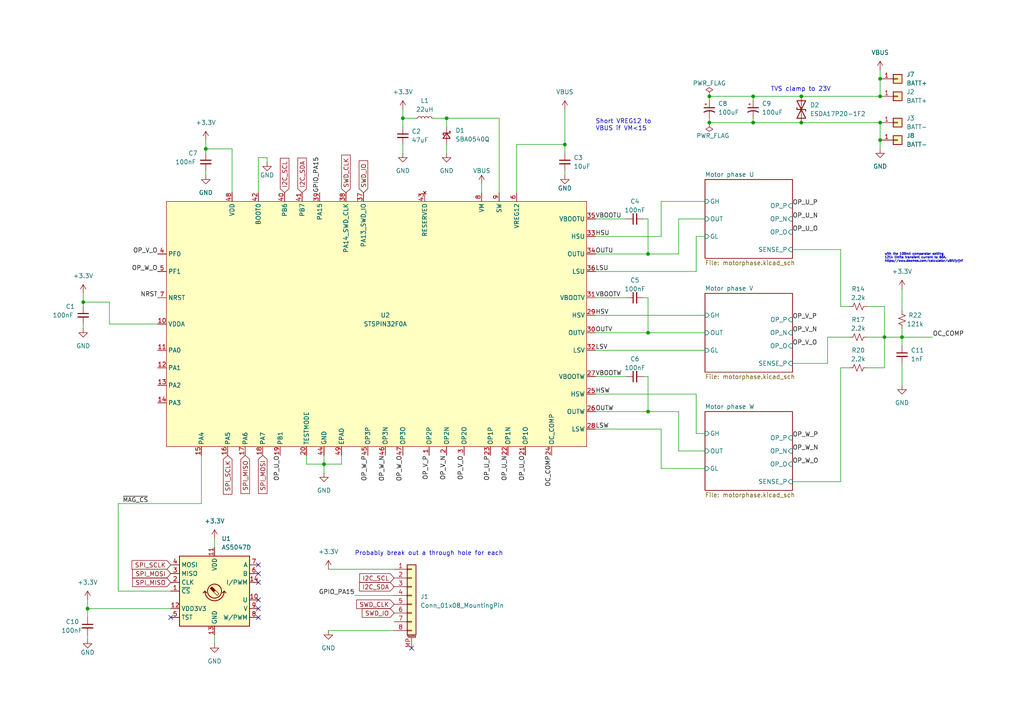
<source format=kicad_sch>
(kicad_sch (version 20211123) (generator eeschema)
  (paper "A4")
  (title_block (date "2022-11-26"))
  (lib_symbols
    (symbol "Connector_Generic:Conn_01x01" (pin_names (offset 1.016) hide)
      (property "Reference" "J" (at 0 2.54 0))
      (property "Value" "Conn_01x01" (at 0 -2.54 0))
      (symbol "Conn_01x01_1_1"
        (rectangle (start -1.27 0.127) (end 0 -0.127) (stroke (width 0.1524)))
        (rectangle (start -1.27 1.27) (end 1.27 -1.27) (stroke (width 0.254)) (fill (type background)))
        (pin passive line (at -5.08 0 0) (length 3.81) (name "Pin_1") (number "1"))
      )
    )
    (symbol "Connector_Generic_MountingPin:Conn_01x08_MountingPin" (pin_names (offset 1.016) hide)
      (property "Reference" "J" (at 0 10.16 0))
      (property "Value" "Conn_01x08_MountingPin" (at 1.27 -12.7 0))
      (symbol "Conn_01x08_MountingPin_1_1"
        (rectangle (start -1.27 -10.033) (end 0 -10.287) (stroke (width 0.1524)))
        (rectangle (start -1.27 -7.493) (end 0 -7.747) (stroke (width 0.1524)))
        (rectangle (start -1.27 -4.953) (end 0 -5.207) (stroke (width 0.1524)))
        (rectangle (start -1.27 -2.413) (end 0 -2.667) (stroke (width 0.1524)))
        (rectangle (start -1.27 0.127) (end 0 -0.127) (stroke (width 0.1524)))
        (rectangle (start -1.27 2.667) (end 0 2.413) (stroke (width 0.1524)))
        (rectangle (start -1.27 5.207) (end 0 4.953) (stroke (width 0.1524)))
        (rectangle (start -1.27 7.747) (end 0 7.493) (stroke (width 0.1524)))
        (rectangle (start -1.27 8.89) (end 1.27 -11.43) (stroke (width 0.254)) (fill (type background)))
        (polyline (pts (xy -1.016 -12.192) (xy 1.016 -12.192)) (stroke (width 0.1524)))
        (text "Mounting" (at 0 -11.811 0) (effects (font (size 0.381 0.381))))
        (pin passive line (at -5.08 7.62 0) (length 3.81) (name "Pin_1") (number "1"))
        (pin passive line (at -5.08 5.08 0) (length 3.81) (name "Pin_2") (number "2"))
        (pin passive line (at -5.08 2.54 0) (length 3.81) (name "Pin_3") (number "3"))
        (pin passive line (at -5.08 0 0) (length 3.81) (name "Pin_4") (number "4"))
        (pin passive line (at -5.08 -2.54 0) (length 3.81) (name "Pin_5") (number "5"))
        (pin passive line (at -5.08 -5.08 0) (length 3.81) (name "Pin_6") (number "6"))
        (pin passive line (at -5.08 -7.62 0) (length 3.81) (name "Pin_7") (number "7"))
        (pin passive line (at -5.08 -10.16 0) (length 3.81) (name "Pin_8") (number "8"))
        (pin passive line (at 0 -15.24 90) (length 3.048) (name "MountPin") (number "MP"))
      )
    )
    (symbol "Device:C_Polarized_Small_US" (pin_numbers hide) (pin_names (offset 0.254) hide)
      (property "Reference" "C" (at 0.254 1.778 0))
      (property "Value" "C_Polarized_Small_US" (at 0.254 -2.032 0))
      (symbol "C_Polarized_Small_US_0_1"
        (polyline (pts (xy -1.524 0.508) (xy 1.524 0.508)) (stroke (width 0.3048)))
        (polyline (pts (xy -1.27 1.524) (xy -0.762 1.524)))
        (polyline (pts (xy -1.016 1.27) (xy -1.016 1.778)))
        (arc (start 1.524 -0.762) (mid 0 -0.3734) (end -1.524 -0.762) (stroke (width 0.3048)))
      )
      (symbol "C_Polarized_Small_US_1_1"
        (pin passive line (at 0 2.54 270) (length 2.032) (name "~") (number "1"))
        (pin passive line (at 0 -2.54 90) (length 2.032) (name "~") (number "2"))
      )
    )
    (symbol "Device:C_Small" (pin_numbers hide) (pin_names (offset 0.254) hide)
      (property "Reference" "C" (at 0.254 1.778 0))
      (property "Value" "C_Small" (at 0.254 -2.032 0))
      (symbol "C_Small_0_1"
        (polyline (pts (xy -1.524 -0.508) (xy 1.524 -0.508)) (stroke (width 0.3302)))
        (polyline (pts (xy -1.524 0.508) (xy 1.524 0.508)) (stroke (width 0.3048)))
      )
      (symbol "C_Small_1_1"
        (pin passive line (at 0 2.54 270) (length 2.032) (name "~") (number "1"))
        (pin passive line (at 0 -2.54 90) (length 2.032) (name "~") (number "2"))
      )
    )
    (symbol "Device:D_Schottky_Small" (pin_numbers hide) (pin_names (offset 0.254) hide)
      (property "Reference" "D" (at -1.27 2.032 0))
      (property "Value" "D_Schottky_Small" (at -7.112 -2.032 0))
      (symbol "D_Schottky_Small_0_1"
        (polyline (pts (xy -0.762 0) (xy 0.762 0)))
        (polyline (pts (xy 0.762 -1.016) (xy -0.762 0) (xy 0.762 1.016) (xy 0.762 -1.016)) (stroke (width 0.254)))
        (polyline (pts (xy -1.27 0.762) (xy -1.27 1.016) (xy -0.762 1.016) (xy -0.762 -1.016) (xy -0.254 -1.016) (xy -0.254 -0.762)) (stroke (width 0.254)))
      )
      (symbol "D_Schottky_Small_1_1"
        (pin passive line (at -2.54 0 0) (length 1.778) (name "K") (number "1"))
        (pin passive line (at 2.54 0 180) (length 1.778) (name "A") (number "2"))
      )
    )
    (symbol "Device:D_TVS" (pin_numbers hide) (pin_names (offset 1.016) hide)
      (property "Reference" "D" (at 0 2.54 0))
      (property "Value" "D_TVS" (at 0 -2.54 0))
      (symbol "D_TVS_0_1"
        (polyline (pts (xy 1.27 0) (xy -1.27 0)))
        (polyline (pts (xy 0.508 1.27) (xy 0 1.27) (xy 0 -1.27) (xy -0.508 -1.27)) (stroke (width 0.254)))
        (polyline (pts (xy -2.54 1.27) (xy -2.54 -1.27) (xy 2.54 1.27) (xy 2.54 -1.27) (xy -2.54 1.27)) (stroke (width 0.254)))
      )
      (symbol "D_TVS_1_1"
        (pin passive line (at -3.81 0 0) (length 2.54) (name "A1") (number "1"))
        (pin passive line (at 3.81 0 180) (length 2.54) (name "A2") (number "2"))
      )
    )
    (symbol "Device:L_Small" (pin_numbers hide) (pin_names (offset 0.254) hide)
      (property "Reference" "L" (at 0.762 1.016 0))
      (property "Value" "L_Small" (at 0.762 -1.016 0))
      (symbol "L_Small_0_1"
        (arc (start 0 -2.032) (mid 0.508 -1.524) (end 0 -1.016))
        (arc (start 0 -1.016) (mid 0.508 -0.508) (end 0 0))
        (arc (start 0 0) (mid 0.508 0.508) (end 0 1.016))
        (arc (start 0 1.016) (mid 0.508 1.524) (end 0 2.032))
      )
      (symbol "L_Small_1_1"
        (pin passive line (at 0 2.54 270) (length 0.508) (name "~") (number "1"))
        (pin passive line (at 0 -2.54 90) (length 0.508) (name "~") (number "2"))
      )
    )
    (symbol "Device:R_Small_US" (pin_numbers hide) (pin_names (offset 0.254) hide)
      (property "Reference" "R" (at 0.762 0.508 0))
      (property "Value" "R_Small_US" (at 0.762 -1.016 0))
      (symbol "R_Small_US_1_1"
        (polyline (pts (xy 0 0) (xy 1.016 -0.381) (xy 0 -0.762) (xy -1.016 -1.143) (xy 0 -1.524)))
        (polyline (pts (xy 0 1.524) (xy 1.016 1.143) (xy 0 0.762) (xy -1.016 0.381) (xy 0 0)))
        (pin passive line (at 0 2.54 270) (length 1.016) (name "~") (number "1"))
        (pin passive line (at 0 -2.54 90) (length 1.016) (name "~") (number "2"))
      )
    )
    (symbol "O32controller:STSPIN32F0A"
      (property "Reference" "U" (at -5.08 7.62 0))
      (property "Value" "STSPIN32F0A" (at 2.54 7.62 0))
      (symbol "STSPIN32F0A_0_1"
        (rectangle (start -63.5 35.56) (end 58.42 -35.56) (fill (type background)))
      )
      (symbol "STSPIN32F0A_1_1"
        (pin input line (at 12.7 -38.1 90) (length 2.54) (name "OP2P") (number "1"))
        (pin power_in line (at -66.04 0 0) (length 2.54) (name "VDDA") (number "10"))
        (pin bidirectional line (at -66.04 -7.62 0) (length 2.54) (name "PA0") (number "11"))
        (pin bidirectional line (at -66.04 -12.7 0) (length 2.54) (name "PA1") (number "12"))
        (pin bidirectional line (at -66.04 -17.78 0) (length 2.54) (name "PA2") (number "13"))
        (pin bidirectional line (at -66.04 -22.86 0) (length 2.54) (name "PA3") (number "14"))
        (pin bidirectional line (at -53.34 -38.1 90) (length 2.54) (name "PA4") (number "15"))
        (pin bidirectional line (at -45.72 -38.1 90) (length 2.54) (name "PA5") (number "16"))
        (pin bidirectional line (at -40.64 -38.1 90) (length 2.54) (name "PA6") (number "17"))
        (pin bidirectional line (at -35.56 -38.1 90) (length 2.54) (name "PA7") (number "18"))
        (pin bidirectional line (at -30.48 -38.1 90) (length 2.54) (name "PB1") (number "19"))
        (pin input line (at 17.78 -38.1 90) (length 2.54) (name "OP2N") (number "2"))
        (pin input line (at -22.86 -38.1 90) (length 2.54) (name "TESTMODE") (number "20"))
        (pin output line (at 40.64 -38.1 90) (length 2.54) (name "OP1O") (number "21"))
        (pin input line (at 35.56 -38.1 90) (length 2.54) (name "OP1N") (number "22"))
        (pin input line (at 30.48 -38.1 90) (length 2.54) (name "OP1P") (number "23"))
        (pin input line (at 48.26 -38.1 90) (length 2.54) (name "OC_COMP") (number "24"))
        (pin output line (at 60.96 -20.32 180) (length 2.54) (name "HSW") (number "25"))
        (pin input line (at 60.96 -25.4 180) (length 2.54) (name "OUTW") (number "26"))
        (pin power_out line (at 60.96 -15.24 180) (length 2.54) (name "VBOOTW") (number "27"))
        (pin output line (at 60.96 -30.48 180) (length 2.54) (name "LSW") (number "28"))
        (pin output line (at 60.96 2.54 180) (length 2.54) (name "HSV") (number "29"))
        (pin output line (at 22.86 -38.1 90) (length 2.54) (name "OP2O") (number "3"))
        (pin input line (at 60.96 -2.54 180) (length 2.54) (name "OUTV") (number "30"))
        (pin power_out line (at 60.96 7.62 180) (length 2.54) (name "VBOOTV") (number "31"))
        (pin output line (at 60.96 -7.62 180) (length 2.54) (name "LSV") (number "32"))
        (pin output line (at 60.96 25.4 180) (length 2.54) (name "HSU") (number "33"))
        (pin input line (at 60.96 20.32 180) (length 2.54) (name "OUTU") (number "34"))
        (pin power_out line (at 60.96 30.48 180) (length 2.54) (name "VBOOTU") (number "35"))
        (pin output line (at 60.96 15.24 180) (length 2.54) (name "LSU") (number "36"))
        (pin bidirectional line (at -6.35 38.1 270) (length 2.54) (name "PA13_SWD_IO") (number "37"))
        (pin bidirectional line (at -11.43 38.1 270) (length 2.54) (name "PA14_SWD_CLK") (number "38"))
        (pin bidirectional line (at -19.05 38.1 270) (length 2.54) (name "PA15") (number "39"))
        (pin bidirectional line (at -66.04 20.32 0) (length 2.54) (name "PF0") (number "4"))
        (pin bidirectional line (at -29.21 38.1 270) (length 2.54) (name "PB6") (number "40"))
        (pin bidirectional line (at -24.13 38.1 270) (length 2.54) (name "PB7") (number "41"))
        (pin input line (at -36.83 38.1 270) (length 2.54) (name "BOOT0") (number "42"))
        (pin no_connect line (at 11.43 38.1 270) (length 2.54) (name "RESERVED") (number "43"))
        (pin power_in line (at -17.78 -38.1 90) (length 2.54) (name "GND") (number "44"))
        (pin input line (at -5.08 -38.1 90) (length 2.54) (name "OP3P") (number "45"))
        (pin input line (at 0 -38.1 90) (length 2.54) (name "OP3N") (number "46"))
        (pin output line (at 5.08 -38.1 90) (length 2.54) (name "OP3O") (number "47"))
        (pin power_in line (at -44.45 38.1 270) (length 2.54) (name "VDD") (number "48"))
        (pin power_in line (at -12.7 -38.1 90) (length 2.54) (name "EPAD") (number "49"))
        (pin bidirectional line (at -66.04 15.24 0) (length 2.54) (name "PF1") (number "5"))
        (pin power_in line (at 38.1 38.1 270) (length 2.54) (name "VREG12") (number "6"))
        (pin input line (at -66.04 7.62 0) (length 2.54) (name "NRST") (number "7"))
        (pin power_in line (at 27.94 38.1 270) (length 2.54) (name "VM") (number "8"))
        (pin output line (at 33.02 38.1 270) (length 2.54) (name "SW") (number "9"))
      )
    )
    (symbol "Sensor_Magnetic:AS5047D"
      (property "Reference" "U" (at -8.89 11.43 0))
      (property "Value" "AS5047D" (at 5.08 11.43 0))
      (symbol "AS5047D_1_1"
        (rectangle (start -10.16 10.16) (end 10.16 -10.16) (stroke (width 0.254)) (fill (type background)))
        (arc (start -2.794 0) (mid 0 -2.794) (end 2.794 0) (stroke (width 0.254)))
        (polyline (pts (xy -2.794 0) (xy -3.302 -0.508)) (stroke (width 0.254)))
        (polyline (pts (xy -2.794 0) (xy -2.286 -0.508)) (stroke (width 0.254)))
        (polyline (pts (xy 2.794 0) (xy 2.286 -0.508)) (stroke (width 0.254)))
        (polyline (pts (xy 2.794 0) (xy 3.302 -0.508)) (stroke (width 0.254)))
        (polyline (pts (xy 0.254 0.254) (xy 1.27 -0.762) (xy 0.762 -1.27) (xy -0.254 -0.254)))
        (polyline (pts (xy -0.762 1.27) (xy 0.254 0.254) (xy -0.254 -0.254) (xy -1.27 0.762) (xy -1.016 1.016) (xy -0.762 1.27) (xy -0.635 1.143)) (fill (type outline)))
        (circle (center 0 0) (radius 2.032) (stroke (width 0.254)))
        (pin input line (at -12.7 0 0) (length 2.54) (name "~{CS}") (number "1"))
        (pin output line (at 12.7 -2.54 180) (length 2.54) (name "U") (number "10"))
        (pin power_in line (at 0 12.7 270) (length 2.54) (name "VDD") (number "11"))
        (pin power_out line (at -12.7 -5.08 0) (length 2.54) (name "VDD3V3") (number "12"))
        (pin power_in line (at 0 -12.7 90) (length 2.54) (name "GND") (number "13"))
        (pin output line (at 12.7 2.54 180) (length 2.54) (name "I/PWM") (number "14"))
        (pin input line (at -12.7 2.54 0) (length 2.54) (name "CLK") (number "2"))
        (pin output line (at -12.7 5.08 0) (length 2.54) (name "MISO") (number "3"))
        (pin input line (at -12.7 7.62 0) (length 2.54) (name "MOSI") (number "4"))
        (pin input line (at -12.7 -7.62 0) (length 2.54) (name "TST") (number "5"))
        (pin output line (at 12.7 5.08 180) (length 2.54) (name "B") (number "6"))
        (pin output line (at 12.7 7.62 180) (length 2.54) (name "A") (number "7"))
        (pin output line (at 12.7 -7.62 180) (length 2.54) (name "W/PWM") (number "8"))
        (pin output line (at 12.7 -5.08 180) (length 2.54) (name "V") (number "9"))
      )
    )
    (symbol "power:+3.3V" (power) (pin_names (offset 0))
      (property "Value" "+3.3V" (at 0 3.556 0))
      (symbol "+3.3V_0_1"
        (polyline (pts (xy -0.762 1.27) (xy 0 2.54)))
        (polyline (pts (xy 0 0) (xy 0 2.54)))
        (polyline (pts (xy 0 2.54) (xy 0.762 1.27)))
      )
      (symbol "+3.3V_1_1"
        (pin power_in line (at 0 0 90) (length 0) hide (name "+3.3V") (number "1"))
      )
    )
    (symbol "power:GND" (power) (pin_names (offset 0))
      (property "Value" "GND" (at 0 -3.81 0))
      (symbol "GND_0_1"
        (polyline (pts (xy 0 0) (xy 0 -1.27) (xy 1.27 -1.27) (xy 0 -2.54) (xy -1.27 -1.27) (xy 0 -1.27)))
      )
      (symbol "GND_1_1"
        (pin power_in line (at 0 0 270) (length 0) hide (name "GND") (number "1"))
      )
    )
    (symbol "power:PWR_FLAG" (power) (pin_numbers hide) (pin_names (offset 0) hide)
      (property "Value" "PWR_FLAG" (at 0 3.81 0))
      (symbol "PWR_FLAG_0_0"
        (pin power_out line (at 0 0 90) (length 0) (name "pwr") (number "1"))
      )
      (symbol "PWR_FLAG_0_1"
        (polyline (pts (xy 0 0) (xy 0 1.27) (xy -1.016 1.905) (xy 0 2.54) (xy 1.016 1.905) (xy 0 1.27)))
      )
    )
    (symbol "power:VBUS" (power) (pin_names (offset 0))
      (property "Value" "VBUS" (at 0 3.81 0))
      (symbol "VBUS_0_1"
        (polyline (pts (xy -0.762 1.27) (xy 0 2.54)))
        (polyline (pts (xy 0 0) (xy 0 2.54)))
        (polyline (pts (xy 0 2.54) (xy 0.762 1.27)))
      )
      (symbol "VBUS_1_1"
        (pin power_in line (at 0 0 90) (length 0) hide (name "VBUS") (number "1"))
      )
    )
  )
  (junction (at 255.27 22.86))
  (junction (at 163.83 41.91))
  (junction (at 232.41 27.94))
  (junction (at 24.13 87.63))
  (junction (at 116.84 34.29))
  (junction (at 256.54 97.79))
  (junction (at 187.96 119.38))
  (junction (at 59.69 43.18))
  (junction (at 129.54 34.29))
  (junction (at 218.44 35.56))
  (junction (at 255.27 35.56))
  (junction (at 187.96 73.66))
  (junction (at 232.41 35.56))
  (junction (at 255.27 40.64))
  (junction (at 255.27 27.94))
  (junction (at 261.62 97.79))
  (junction (at 93.98 134.62))
  (junction (at 205.74 27.94))
  (junction (at 218.44 27.94))
  (junction (at 187.96 96.52))
  (junction (at 205.74 35.56))
  (junction (at 25.4 176.53))
  (no_connect (at 74.93 176.53))
  (no_connect (at 74.93 179.07))
  (no_connect (at 49.53 179.07))
  (no_connect (at 74.93 168.91))
  (no_connect (at 74.93 173.99))
  (no_connect (at 74.93 163.83))
  (no_connect (at 74.93 166.37))
  (no_connect (at 119.38 187.96))
  (wire (pts (xy 99.06 134.62) (xy 99.06 132.08)))
  (wire (pts (xy 172.72 86.36) (xy 181.61 86.36)))
  (wire (pts (xy 95.25 165.1) (xy 114.3 165.1)))
  (wire (pts (xy 24.13 85.09) (xy 24.13 87.63)))
  (wire (pts (xy 25.4 176.53) (xy 25.4 179.07)))
  (wire (pts (xy 172.72 78.74) (xy 201.93 78.74)))
  (wire (pts (xy 24.13 93.98) (xy 24.13 95.25)))
  (wire (pts (xy 59.69 43.18) (xy 59.69 44.45)))
  (wire (pts (xy 149.86 41.91) (xy 149.86 55.88)))
  (wire (pts (xy 129.54 41.91) (xy 129.54 44.45)))
  (wire (pts (xy 125.73 34.29) (xy 129.54 34.29)))
  (wire (pts (xy 67.31 43.18) (xy 67.31 55.88)))
  (wire (pts (xy 163.83 49.53) (xy 163.83 50.8)))
  (wire (pts (xy 201.93 125.73) (xy 204.47 125.73)))
  (wire (pts (xy 187.96 109.22) (xy 186.69 109.22)))
  (wire (pts (xy 187.96 63.5) (xy 187.96 73.66)))
  (wire (pts (xy 129.54 34.29) (xy 129.54 36.83)))
  (wire (pts (xy 191.77 68.58) (xy 191.77 58.42)))
  (wire (pts (xy 93.98 134.62) (xy 99.06 134.62)))
  (wire (pts (xy 261.62 97.79) (xy 270.51 97.79)))
  (wire (pts (xy 49.53 171.45) (xy 34.29 171.45)))
  (wire (pts (xy 255.27 20.32) (xy 255.27 22.86)))
  (wire (pts (xy 62.23 156.21) (xy 62.23 158.75)))
  (wire (pts (xy 172.72 73.66) (xy 187.96 73.66)))
  (wire (pts (xy 256.54 97.79) (xy 261.62 97.79)))
  (wire (pts (xy 24.13 87.63) (xy 24.13 88.9)))
  (wire (pts (xy 205.74 35.56) (xy 218.44 35.56)))
  (wire (pts (xy 196.85 119.38) (xy 187.96 119.38)))
  (wire (pts (xy 77.47 46.99) (xy 77.47 45.72)))
  (wire (pts (xy 102.87 172.72) (xy 114.3 172.72)))
  (wire (pts (xy 93.98 134.62) (xy 93.98 137.16)))
  (wire (pts (xy 25.4 184.15) (xy 25.4 185.42)))
  (wire (pts (xy 116.84 41.91) (xy 116.84 44.45)))
  (wire (pts (xy 58.42 146.05) (xy 58.42 132.08)))
  (wire (pts (xy 74.93 45.72) (xy 74.93 55.88)))
  (wire (pts (xy 187.96 96.52) (xy 204.47 96.52)))
  (wire (pts (xy 172.72 114.3) (xy 201.93 114.3)))
  (wire (pts (xy 129.54 34.29) (xy 144.78 34.29)))
  (wire (pts (xy 172.72 68.58) (xy 191.77 68.58)))
  (wire (pts (xy 59.69 43.18) (xy 67.31 43.18)))
  (wire (pts (xy 255.27 22.86) (xy 255.27 27.94)))
  (wire (pts (xy 24.13 87.63) (xy 31.75 87.63)))
  (wire (pts (xy 116.84 34.29) (xy 120.65 34.29)))
  (wire (pts (xy 196.85 63.5) (xy 204.47 63.5)))
  (wire (pts (xy 261.62 95.25) (xy 261.62 97.79)))
  (wire (pts (xy 187.96 86.36) (xy 187.96 96.52)))
  (wire (pts (xy 232.41 27.94) (xy 255.27 27.94)))
  (wire (pts (xy 172.72 119.38) (xy 187.96 119.38)))
  (wire (pts (xy 201.93 68.58) (xy 204.47 68.58)))
  (wire (pts (xy 59.69 49.53) (xy 59.69 50.8)))
  (wire (pts (xy 201.93 78.74) (xy 201.93 68.58)))
  (wire (pts (xy 163.83 41.91) (xy 149.86 41.91)))
  (wire (pts (xy 191.77 124.46) (xy 191.77 135.89)))
  (wire (pts (xy 191.77 58.42) (xy 204.47 58.42)))
  (wire (pts (xy 116.84 31.75) (xy 116.84 34.29)))
  (wire (pts (xy 229.87 139.7) (xy 243.84 139.7)))
  (wire (pts (xy 205.74 29.21) (xy 205.74 27.94)))
  (wire (pts (xy 261.62 83.82) (xy 261.62 90.17)))
  (wire (pts (xy 196.85 73.66) (xy 196.85 63.5)))
  (wire (pts (xy 34.29 171.45) (xy 34.29 146.05)))
  (wire (pts (xy 191.77 135.89) (xy 204.47 135.89)))
  (wire (pts (xy 218.44 29.21) (xy 218.44 27.94)))
  (wire (pts (xy 218.44 35.56) (xy 232.41 35.56)))
  (wire (pts (xy 93.98 132.08) (xy 93.98 134.62)))
  (wire (pts (xy 243.84 106.68) (xy 246.38 106.68)))
  (wire (pts (xy 95.25 182.88) (xy 114.3 182.88)))
  (wire (pts (xy 196.85 130.81) (xy 196.85 119.38)))
  (wire (pts (xy 255.27 35.56) (xy 255.27 40.64)))
  (wire (pts (xy 88.9 132.08) (xy 88.9 134.62)))
  (wire (pts (xy 31.75 93.98) (xy 45.72 93.98)))
  (wire (pts (xy 62.23 184.15) (xy 62.23 186.69)))
  (wire (pts (xy 243.84 88.9) (xy 246.38 88.9)))
  (wire (pts (xy 116.84 34.29) (xy 116.84 36.83)))
  (wire (pts (xy 261.62 105.41) (xy 261.62 111.76)))
  (wire (pts (xy 172.72 63.5) (xy 181.61 63.5)))
  (wire (pts (xy 187.96 86.36) (xy 186.69 86.36)))
  (wire (pts (xy 172.72 101.6) (xy 204.47 101.6)))
  (wire (pts (xy 187.96 63.5) (xy 186.69 63.5)))
  (wire (pts (xy 25.4 176.53) (xy 49.53 176.53)))
  (wire (pts (xy 251.46 88.9) (xy 256.54 88.9)))
  (wire (pts (xy 34.29 146.05) (xy 58.42 146.05)))
  (wire (pts (xy 204.47 130.81) (xy 196.85 130.81)))
  (wire (pts (xy 255.27 40.64) (xy 255.27 43.18)))
  (wire (pts (xy 172.72 109.22) (xy 181.61 109.22)))
  (wire (pts (xy 187.96 73.66) (xy 196.85 73.66)))
  (wire (pts (xy 251.46 106.68) (xy 256.54 106.68)))
  (wire (pts (xy 172.72 96.52) (xy 187.96 96.52)))
  (wire (pts (xy 205.74 27.94) (xy 218.44 27.94)))
  (wire (pts (xy 25.4 173.99) (xy 25.4 176.53)))
  (wire (pts (xy 163.83 44.45) (xy 163.83 41.91)))
  (wire (pts (xy 59.69 40.64) (xy 59.69 43.18)))
  (wire (pts (xy 77.47 45.72) (xy 74.93 45.72)))
  (wire (pts (xy 261.62 97.79) (xy 261.62 100.33)))
  (wire (pts (xy 218.44 27.94) (xy 232.41 27.94)))
  (wire (pts (xy 256.54 106.68) (xy 256.54 97.79)))
  (wire (pts (xy 172.72 124.46) (xy 191.77 124.46)))
  (wire (pts (xy 88.9 134.62) (xy 93.98 134.62)))
  (wire (pts (xy 240.03 105.41) (xy 240.03 97.79)))
  (wire (pts (xy 31.75 87.63) (xy 31.75 93.98)))
  (wire (pts (xy 201.93 114.3) (xy 201.93 125.73)))
  (wire (pts (xy 144.78 55.88) (xy 144.78 34.29)))
  (wire (pts (xy 232.41 35.56) (xy 255.27 35.56)))
  (wire (pts (xy 243.84 72.39) (xy 243.84 88.9)))
  (wire (pts (xy 240.03 97.79) (xy 246.38 97.79)))
  (wire (pts (xy 163.83 31.75) (xy 163.83 41.91)))
  (wire (pts (xy 218.44 34.29) (xy 218.44 35.56)))
  (wire (pts (xy 205.74 34.29) (xy 205.74 35.56)))
  (wire (pts (xy 139.7 53.34) (xy 139.7 55.88)))
  (wire (pts (xy 256.54 97.79) (xy 251.46 97.79)))
  (wire (pts (xy 229.87 72.39) (xy 243.84 72.39)))
  (wire (pts (xy 243.84 139.7) (xy 243.84 106.68)))
  (wire (pts (xy 256.54 88.9) (xy 256.54 97.79)))
  (wire (pts (xy 229.87 105.41) (xy 240.03 105.41)))
  (wire (pts (xy 187.96 109.22) (xy 187.96 119.38)))
  (wire (pts (xy 172.72 91.44) (xy 204.47 91.44)))
  (text "Short VREG12 to \nVBUS if VM<15" (at 172.72 38.1 0) (effects (font (size 1.27 1.27)) (justify left bottom)))
  (text "Probably break out a through hole for each" (at 102.87 161.29 0) (effects (font (size 1.27 1.27)) (justify left bottom)))
  (text "TVS clamp to 23V" (at 223.52 26.67 0) (effects (font (size 1.27 1.27)) (justify left bottom)))
  (text "with the 100mA comparator setting\n121k limits transient current to 60A.\nhttps://www.desmos.com/calculator/u6fciyrjnf" (at 256.54 76.2 0) (effects (font (size 0.63 0.63)) (justify left bottom)))
  (label "OC_COMP" (at 270.51 97.79 0))
  (label "LSW" (at 172.72 124.46 0))
  (label "GPIO_PA15" (at 102.87 172.72 180))
  (label "OP_W_O" (at 45.72 78.74 180))
  (label "OP_V_N" (at 229.87 96.52 0))
  (label "OP_W_N" (at 229.87 130.81 0))
  (label "OP_U_P" (at 142.24 132.08 270))
  (label "OP_W_P" (at 106.68 132.08 270))
  (label "OP_V_N" (at 129.54 132.08 270))
  (label "HSW" (at 172.72 114.3 0))
  (label "GPIO_PA15" (at 92.71 55.88 90))
  (label "OC_COMP" (at 160.02 132.08 270))
  (label "OUTV" (at 172.72 96.52 0))
  (label "VBOOTW" (at 172.72 109.22 0))
  (label "NRST" (at 45.72 86.36 180))
  (label "LSU" (at 172.72 78.74 0))
  (label "OP_U_O" (at 81.28 132.08 270))
  (label "VBOOTU" (at 172.72 63.5 0))
  (label "OP_V_O" (at 229.87 100.33 0))
  (label "OP_U_P" (at 229.87 59.69 0))
  (label "LSV" (at 172.72 101.6 0))
  (label "OP_V_P" (at 229.87 92.71 0))
  (label "OP_U_O" (at 229.87 67.31 0))
  (label "OP_V_P" (at 124.46 132.08 270))
  (label "OP_W_O" (at 116.84 132.08 270))
  (label "HSV" (at 172.72 91.44 0))
  (label "~{MAG_CS}" (at 35.56 146.05 0))
  (label "HSU" (at 172.72 68.58 0))
  (label "OP_U_O" (at 152.4 132.08 270))
  (label "OP_W_O" (at 229.87 134.62 0))
  (label "VBOOTV" (at 172.72 86.36 0))
  (label "OUTU" (at 172.72 73.66 0))
  (label "OP_V_O" (at 134.62 132.08 270))
  (label "OP_W_N" (at 111.76 132.08 270))
  (label "OP_U_N" (at 147.32 132.08 270))
  (label "OP_U_N" (at 229.87 63.5 0))
  (label "OP_V_O" (at 45.72 73.66 180))
  (label "OP_W_P" (at 229.87 127 0))
  (label "OUTW" (at 172.72 119.38 0))
  (global_label "SWD_IO" (shape input) (at 114.3 177.8 180) (property "Intersheet References" "${INTERSHEET_REFS}" (effects hide)))
  (global_label "I2C_SDA" (shape input) (at 114.3 170.18 180) (property "Intersheet References" "${INTERSHEET_REFS}" (effects hide)))
  (global_label "SPI_MOSI" (shape input) (at 49.53 166.37 180) (property "Intersheet References" "${INTERSHEET_REFS}" (effects hide)))
  (global_label "SPI_MISO" (shape input) (at 49.53 168.91 180) (property "Intersheet References" "${INTERSHEET_REFS}" (effects hide)))
  (global_label "SPI_SCLK" (shape input) (at 49.53 163.83 180) (property "Intersheet References" "${INTERSHEET_REFS}" (effects hide)))
  (global_label "I2C_SCL" (shape input) (at 82.55 55.88 90) (property "Intersheet References" "${INTERSHEET_REFS}" (effects hide)))
  (global_label "SWD_CLK" (shape input) (at 114.3 175.26 180) (property "Intersheet References" "${INTERSHEET_REFS}" (effects hide)))
  (global_label "SPI_SCLK" (shape input) (at 66.04 132.08 270) (property "Intersheet References" "${INTERSHEET_REFS}" (effects hide)))
  (global_label "SWD_CLK" (shape input) (at 100.33 55.88 90) (property "Intersheet References" "${INTERSHEET_REFS}" (effects hide)))
  (global_label "SPI_MISO" (shape input) (at 71.12 132.08 270) (property "Intersheet References" "${INTERSHEET_REFS}" (effects hide)))
  (global_label "I2C_SCL" (shape input) (at 114.3 167.64 180) (property "Intersheet References" "${INTERSHEET_REFS}" (effects hide)))
  (global_label "SWD_IO" (shape input) (at 105.41 55.88 90) (property "Intersheet References" "${INTERSHEET_REFS}" (effects hide)))
  (global_label "I2C_SDA" (shape input) (at 87.63 55.88 90) (property "Intersheet References" "${INTERSHEET_REFS}" (effects hide)))
  (global_label "SPI_MOSI" (shape input) (at 76.2 132.08 270) (property "Intersheet References" "${INTERSHEET_REFS}" (effects hide)))
  (symbol (lib_id "Device:C_Small") (at 184.15 109.22 90) (unit 1)
    (property "Reference" "C6" (at 184.15 104.14 90))
    (property "Value" "100nF" (at 184.15 106.68 90))
    (property "Footprint" "Capacitor_SMD:C_0402_1005Metric" (effects hide))
  )
  (symbol (lib_id "power:+3.3V") (at 59.69 40.64 0) (unit 1)
    (property "Reference" "#PWR0105" (effects hide))
    (property "Value" "+3.3V" (at 59.69 35.56 0))
  )
  (symbol (lib_id "Device:D_Schottky_Small") (at 129.54 39.37 270) (unit 1)
    (property "Reference" "D1" (at 132.08 37.8459 90) (effects (justify left)))
    (property "Value" "SBA0540Q" (at 132.08 40.3859 90) (effects (justify left)))
    (property "Footprint" "Diode_SMD:D_DFN2L" (effects hide))
    (property "Datasheet" "https://www.digikey.com/en/products/detail/panjit-international-inc/SBA0540Q-R1-00001/14661073" (effects hide))
  )
  (symbol (lib_id "Device:R_Small_US") (at 261.62 92.71 0) (unit 1)
    (property "Reference" "R22" (at 265.43 91.44 0))
    (property "Value" "121k" (at 265.43 93.98 0))
    (property "Footprint" "Resistor_SMD:R_0402_1005Metric" (effects hide))
  )
  (symbol (lib_id "O32controller:STSPIN32F0A") (at 111.76 93.98 0) (unit 1)
    (property "Reference" "U2" (at 111.76 91.44 0))
    (property "Value" "STSPIN32F0A" (at 111.76 93.98 0))
    (property "Footprint" "O32controller:VFQFPN-48-1EP_7x7mm_P0.5mm_EP2.8x2.8mm" (effects hide))
    (property "Datasheet" "https://www.st.com/en/motor-drivers/stspin32f0a.html#overview" (effects hide))
  )
  (symbol (lib_id "power:GND") (at 77.47 46.99 0) (unit 1)
    (property "Reference" "#PWR05" (effects hide))
    (property "Value" "GND" (at 77.47 50.8 0))
  )
  (symbol (lib_id "Device:C_Small") (at 25.4 181.61 0) (unit 1)
    (property "Reference" "C10" (at 19.05 180.34 0) (effects (justify left)))
    (property "Value" "100nF" (at 17.78 182.88 0) (effects (justify left)))
    (property "Footprint" "Capacitor_SMD:C_0402_1005Metric" (effects hide))
  )
  (symbol (lib_id "power:+3.3V") (at 24.13 85.09 0) (unit 1)
    (property "Reference" "#PWR01" (effects hide))
    (property "Value" "+3.3V" (at 24.13 80.01 0))
  )
  (symbol (lib_id "Device:C_Polarized_Small_US") (at 218.44 31.75 0) (unit 1)
    (property "Reference" "C9" (at 220.98 30.0481 0) (effects (justify left)))
    (property "Value" "100uF" (at 220.98 32.5881 0) (effects (justify left)))
    (property "Footprint" "O32controller:CAP_EEEFN1E101UP" (effects hide))
  )
  (symbol (lib_id "Device:C_Small") (at 116.84 39.37 0) (unit 1)
    (property "Reference" "C2" (at 119.38 38.1062 0) (effects (justify left)))
    (property "Value" "47uF" (at 119.38 40.6462 0) (effects (justify left)))
    (property "Footprint" "Capacitor_SMD:C_0603_1608Metric" (effects hide))
  )
  (symbol (lib_id "Device:C_Polarized_Small_US") (at 205.74 31.75 0) (unit 1)
    (property "Reference" "C8" (at 208.28 30.0481 0) (effects (justify left)))
    (property "Value" "100uF" (at 208.28 32.5881 0) (effects (justify left)))
    (property "Footprint" "O32controller:CAP_EEEFN1E101UP" (effects hide))
  )
  (symbol (lib_id "power:+3.3V") (at 261.62 83.82 0) (unit 1)
    (property "Reference" "#PWR0114" (effects hide))
    (property "Value" "+3.3V" (at 261.62 78.74 0))
  )
  (symbol (lib_id "power:GND") (at 129.54 44.45 0) (unit 1)
    (property "Reference" "#PWR08" (effects hide))
    (property "Value" "GND" (at 129.54 49.53 0))
  )
  (symbol (lib_id "power:PWR_FLAG") (at 205.74 35.56 180) (unit 1)
    (property "Reference" "#FLG0101" (effects hide))
    (property "Value" "PWR_FLAG" (at 201.93 39.37 0) (effects (justify right)))
  )
  (symbol (lib_id "power:+3.3V") (at 116.84 31.75 0) (unit 1)
    (property "Reference" "#PWR06" (effects hide))
    (property "Value" "+3.3V" (at 116.84 26.67 0))
  )
  (symbol (lib_id "power:VBUS") (at 139.7 53.34 0) (unit 1)
    (property "Reference" "#PWR0106" (effects hide))
    (property "Value" "VBUS" (at 139.7 49.53 0))
  )
  (symbol (lib_id "Connector_Generic:Conn_01x01") (at 260.35 27.94 0) (unit 1)
    (property "Reference" "J2" (at 262.89 26.6699 0) (effects (justify left)))
    (property "Value" "BATT+" (at 262.89 29.2099 0) (effects (justify left)))
    (property "Footprint" "O32controller:SolderWire-Actual_1x01_D1.7mm_OD_2.75mm" (effects hide))
  )
  (symbol (lib_id "power:GND") (at 59.69 50.8 0) (unit 1)
    (property "Reference" "#PWR0108" (effects hide))
    (property "Value" "GND" (at 59.69 55.88 0))
  )
  (symbol (lib_id "Connector_Generic:Conn_01x01") (at 260.35 40.64 0) (unit 1)
    (property "Reference" "J8" (at 262.89 39.3699 0) (effects (justify left)))
    (property "Value" "BATT-" (at 262.89 41.9099 0) (effects (justify left)))
    (property "Footprint" "O32controller:SolderWire-Actual_1x01_D1.7mm_OD_2.75mm" (effects hide))
  )
  (symbol (lib_id "power:GND") (at 163.83 50.8 0) (unit 1)
    (property "Reference" "#PWR09" (effects hide))
    (property "Value" "GND" (at 163.83 54.61 0))
  )
  (symbol (lib_id "Device:L_Small") (at 123.19 34.29 90) (unit 1)
    (property "Reference" "L1" (at 123.19 29.21 90))
    (property "Value" "22uH" (at 123.19 31.75 90))
    (property "Footprint" "O32controller:IND_VLS201612CX-220M-1" (effects hide))
  )
  (symbol (lib_id "power:GND") (at 62.23 186.69 0) (unit 1)
    (property "Reference" "#PWR04" (effects hide))
    (property "Value" "GND" (at 62.23 191.77 0))
  )
  (symbol (lib_id "Device:C_Small") (at 24.13 91.44 0) (unit 1)
    (property "Reference" "C1" (at 19.05 88.9 0) (effects (justify left)))
    (property "Value" "100nF" (at 15.24 91.44 0) (effects (justify left)))
    (property "Footprint" "Capacitor_SMD:C_0402_1005Metric" (effects hide))
  )
  (symbol (lib_id "Sensor_Magnetic:AS5047D") (at 62.23 171.45 0) (unit 1)
    (property "Reference" "U1" (at 64.2494 156.21 0) (effects (justify left)))
    (property "Value" "AS5047D" (at 64.2494 158.75 0) (effects (justify left)))
    (property "Footprint" "Package_SO:TSSOP-14_4.4x5mm_P0.65mm" (effects hide))
    (property "Datasheet" "https://ams.com/documents/20143/36005/AS5047D_DS000394_2-00.pdf" (effects hide))
  )
  (symbol (lib_id "power:VBUS") (at 255.27 20.32 0) (unit 1)
    (property "Reference" "#PWR010" (effects hide))
    (property "Value" "VBUS" (at 255.27 15.24 0))
  )
  (symbol (lib_id "Device:C_Small") (at 59.69 46.99 0) (unit 1)
    (property "Reference" "C7" (at 54.61 44.45 0) (effects (justify left)))
    (property "Value" "100nF" (at 50.8 46.99 0) (effects (justify left)))
    (property "Footprint" "Capacitor_SMD:C_0402_1005Metric" (effects hide))
  )
  (symbol (lib_id "power:VBUS") (at 163.83 31.75 0) (unit 1)
    (property "Reference" "#PWR0107" (effects hide))
    (property "Value" "VBUS" (at 163.83 26.67 0))
  )
  (symbol (lib_id "Device:D_TVS") (at 232.41 31.75 90) (unit 1)
    (property "Reference" "D2" (at 234.95 30.4799 90) (effects (justify right)))
    (property "Value" "ESDA17P20-1F2 " (at 234.95 33.0199 90) (effects (justify right)))
    (property "Footprint" "Diode_SMD:D_0402_CSP" (effects hide))
    (property "Datasheet" "https://www.digikey.com/en/products/detail/stmicroelectronics/ESDA17P20-1F2/13592620" (effects hide))
  )
  (symbol (lib_id "Device:R_Small_US") (at 248.92 88.9 270) (unit 1)
    (property "Reference" "R14" (at 248.92 83.82 90))
    (property "Value" "2.2k" (at 248.92 86.36 90))
    (property "Footprint" "Resistor_SMD:R_0402_1005Metric" (effects hide))
  )
  (symbol (lib_id "power:GND") (at 261.62 111.76 0) (unit 1)
    (property "Reference" "#PWR0113" (effects hide))
    (property "Value" "GND" (at 261.62 116.84 0))
  )
  (symbol (lib_id "Device:C_Small") (at 163.83 46.99 0) (unit 1)
    (property "Reference" "C3" (at 166.37 45.7262 0) (effects (justify left)))
    (property "Value" "10uF" (at 166.37 48.2662 0) (effects (justify left)))
    (property "Footprint" "Capacitor_SMD:C_0603_1608Metric" (effects hide))
  )
  (symbol (lib_id "power:GND") (at 25.4 185.42 0) (unit 1)
    (property "Reference" "#PWR0109" (effects hide))
    (property "Value" "GND" (at 25.4 189.23 0))
  )
  (symbol (lib_id "power:GND") (at 93.98 137.16 0) (unit 1)
    (property "Reference" "#PWR0101" (effects hide))
    (property "Value" "GND" (at 93.98 142.24 0))
  )
  (symbol (lib_id "power:GND") (at 24.13 95.25 0) (unit 1)
    (property "Reference" "#PWR02" (effects hide))
    (property "Value" "GND" (at 24.13 100.33 0))
  )
  (symbol (lib_id "Device:C_Small") (at 184.15 86.36 90) (unit 1)
    (property "Reference" "C5" (at 184.15 81.28 90))
    (property "Value" "100nF" (at 184.15 83.82 90))
    (property "Footprint" "Capacitor_SMD:C_0402_1005Metric" (effects hide))
  )
  (symbol (lib_id "Connector_Generic_MountingPin:Conn_01x08_MountingPin") (at 119.38 172.72 0) (unit 1)
    (property "Reference" "J1" (at 121.92 173.0755 0) (effects (justify left)))
    (property "Value" "Conn_01x08_MountingPin" (at 121.92 175.6155 0) (effects (justify left)))
    (property "Footprint" "Connector_Molex:Molex_PicoBlade_53261-0871_1x08-1MP_P1.25mm_Horizontal" (effects hide))
  )
  (symbol (lib_id "power:+3.3V") (at 95.25 165.1 0) (unit 1)
    (property "Reference" "#PWR0111" (effects hide))
    (property "Value" "+3.3V" (at 95.25 160.02 0))
  )
  (symbol (lib_id "power:+3.3V") (at 62.23 156.21 0) (unit 1)
    (property "Reference" "#PWR0112" (effects hide))
    (property "Value" "+3.3V" (at 62.23 151.13 0))
  )
  (symbol (lib_id "power:GND") (at 95.25 182.88 0) (unit 1)
    (property "Reference" "#PWR0110" (effects hide))
    (property "Value" "GND" (at 95.25 187.96 0))
  )
  (symbol (lib_id "Device:C_Small") (at 261.62 102.87 0) (unit 1)
    (property "Reference" "C11" (at 264.16 101.6062 0) (effects (justify left)))
    (property "Value" "1nF" (at 264.16 104.1462 0) (effects (justify left)))
    (property "Footprint" "Capacitor_SMD:C_0402_1005Metric" (effects hide))
  )
  (symbol (lib_id "Connector_Generic:Conn_01x01") (at 260.35 22.86 0) (unit 1)
    (property "Reference" "J7" (at 262.89 21.5899 0) (effects (justify left)))
    (property "Value" "BATT+" (at 262.89 24.1299 0) (effects (justify left)))
    (property "Footprint" "O32controller:SolderWire-Actual_1x01_D1.7mm_OD_2.75mm" (effects hide))
  )
  (symbol (lib_id "power:GND") (at 116.84 44.45 0) (unit 1)
    (property "Reference" "#PWR07" (effects hide))
    (property "Value" "GND" (at 116.84 49.53 0))
  )
  (symbol (lib_id "power:GND") (at 255.27 43.18 0) (unit 1)
    (property "Reference" "#PWR011" (effects hide))
    (property "Value" "GND" (at 255.27 48.26 0))
  )
  (symbol (lib_id "Device:R_Small_US") (at 248.92 106.68 270) (unit 1)
    (property "Reference" "R20" (at 248.92 101.6 90))
    (property "Value" "2.2k" (at 248.92 104.14 90))
    (property "Footprint" "Resistor_SMD:R_0402_1005Metric" (effects hide))
  )
  (symbol (lib_id "Connector_Generic:Conn_01x01") (at 260.35 35.56 0) (unit 1)
    (property "Reference" "J3" (at 262.89 34.2899 0) (effects (justify left)))
    (property "Value" "BATT-" (at 262.89 36.8299 0) (effects (justify left)))
    (property "Footprint" "O32controller:SolderWire-Actual_1x01_D1.7mm_OD_2.75mm" (effects hide))
  )
  (symbol (lib_id "power:PWR_FLAG") (at 205.74 27.94 0) (unit 1)
    (property "Reference" "#FLG0102" (effects hide))
    (property "Value" "PWR_FLAG" (at 205.74 24.13 0))
  )
  (symbol (lib_id "Device:R_Small_US") (at 248.92 97.79 270) (unit 1)
    (property "Reference" "R17" (at 248.92 92.71 90))
    (property "Value" "2.2k" (at 248.92 95.25 90))
    (property "Footprint" "Resistor_SMD:R_0402_1005Metric" (effects hide))
  )
  (symbol (lib_id "Device:C_Small") (at 184.15 63.5 90) (unit 1)
    (property "Reference" "C4" (at 184.15 58.42 90))
    (property "Value" "100nF" (at 184.15 60.96 90))
    (property "Footprint" "Capacitor_SMD:C_0402_1005Metric" (effects hide))
  )
  (symbol (lib_id "power:+3.3V") (at 25.4 173.99 0) (unit 1)
    (property "Reference" "#PWR03" (effects hide))
    (property "Value" "+3.3V" (at 25.4 168.91 0))
  )
  (sheet (at 204.47 85.09) (size 25.4 22.86) (stroke (width 0.1524))
    (property "Sheet name" "Motor phase V" (at 204.47 84.3784 0) (effects (justify left bottom)))
    (property "Sheet file" "motorphase.kicad_sch" (at 204.47 108.5346 0) (effects (justify left top)))
    (pin "OUT" input (at 204.47 96.52 180))
    (pin "GH" input (at 204.47 91.44 180))
    (pin "GL" input (at 204.47 101.6 180))
    (pin "OP_N" input (at 229.87 96.52 0))
    (pin "OP_O" input (at 229.87 100.33 0))
    (pin "OP_P" input (at 229.87 92.71 0))
    (pin "SENSE_P" input (at 229.87 105.41 0))
  )
  (sheet (at 204.47 52.07) (size 25.4 22.86) (stroke (width 0.1524))
    (property "Sheet name" "Motor phase U" (at 204.47 51.3584 0) (effects (justify left bottom)))
    (property "Sheet file" "motorphase.kicad_sch" (at 204.47 75.5146 0) (effects (justify left top)))
    (pin "OUT" input (at 204.47 63.5 180))
    (pin "GH" input (at 204.47 58.42 180))
    (pin "GL" input (at 204.47 68.58 180))
    (pin "OP_N" input (at 229.87 63.5 0))
    (pin "OP_O" input (at 229.87 67.31 0))
    (pin "OP_P" input (at 229.87 59.69 0))
    (pin "SENSE_P" input (at 229.87 72.39 0))
  )
  (sheet (at 204.47 119.38) (size 25.4 22.86) (stroke (width 0.1524))
    (property "Sheet name" "Motor phase W" (at 204.47 118.6684 0) (effects (justify left bottom)))
    (property "Sheet file" "motorphase.kicad_sch" (at 204.47 142.8246 0) (effects (justify left top)))
    (pin "OUT" input (at 204.47 130.81 180))
    (pin "GH" input (at 204.47 125.73 180))
    (pin "GL" input (at 204.47 135.89 180))
    (pin "OP_N" input (at 229.87 130.81 0))
    (pin "OP_O" input (at 229.87 134.62 0))
    (pin "OP_P" input (at 229.87 127 0))
    (pin "SENSE_P" input (at 229.87 139.7 0))
  )
)
</source>
